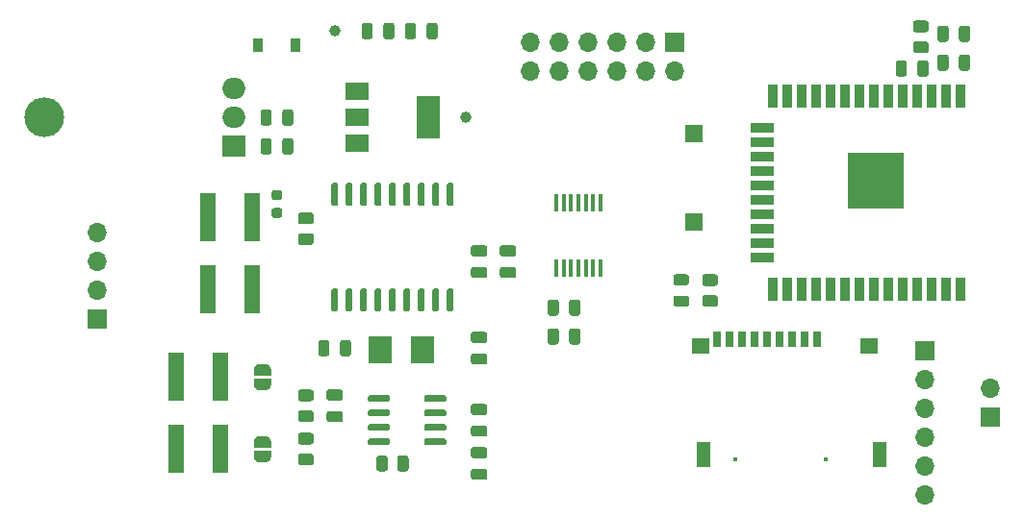
<source format=gbr>
%TF.GenerationSoftware,KiCad,Pcbnew,(5.1.9)-1*%
%TF.CreationDate,2021-03-13T19:54:35-06:00*%
%TF.ProjectId,SLKCAN,534c4b43-414e-42e6-9b69-6361645f7063,rev?*%
%TF.SameCoordinates,Original*%
%TF.FileFunction,Soldermask,Top*%
%TF.FilePolarity,Negative*%
%FSLAX46Y46*%
G04 Gerber Fmt 4.6, Leading zero omitted, Abs format (unit mm)*
G04 Created by KiCad (PCBNEW (5.1.9)-1) date 2021-03-13 19:54:35*
%MOMM*%
%LPD*%
G01*
G04 APERTURE LIST*
%ADD10O,2.000000X1.905000*%
%ADD11R,2.000000X1.905000*%
%ADD12O,3.500000X3.500000*%
%ADD13R,1.400000X4.200000*%
%ADD14R,2.000000X2.400000*%
%ADD15R,0.410000X1.570000*%
%ADD16R,0.900000X2.000000*%
%ADD17R,2.000000X0.900000*%
%ADD18R,5.000000X5.000000*%
%ADD19R,2.000000X1.500000*%
%ADD20R,2.000000X3.800000*%
%ADD21C,1.000000*%
%ADD22R,1.500000X1.500000*%
%ADD23C,0.100000*%
%ADD24O,1.700000X1.700000*%
%ADD25R,1.700000X1.700000*%
%ADD26R,1.200000X2.200000*%
%ADD27R,1.600000X1.400000*%
%ADD28C,0.450000*%
%ADD29R,0.700000X1.400000*%
%ADD30R,0.900000X1.200000*%
G04 APERTURE END LIST*
D10*
%TO.C,U2*%
X121920000Y-77470000D03*
X121920000Y-80010000D03*
D11*
X121920000Y-82550000D03*
D12*
X105260000Y-80010000D03*
%TD*%
D13*
%TO.C,L4*%
X119686989Y-95147279D03*
X123586989Y-95147279D03*
%TD*%
%TO.C,L3*%
X116840000Y-102870000D03*
X120740000Y-102870000D03*
%TD*%
%TO.C,L2*%
X116840000Y-109220000D03*
X120740000Y-109220000D03*
%TD*%
%TO.C,L1*%
X119686989Y-88797279D03*
X123586989Y-88797279D03*
%TD*%
D14*
%TO.C,Y1*%
X134802821Y-100487227D03*
X138502821Y-100487227D03*
%TD*%
D15*
%TO.C,U6*%
X150294303Y-87539275D03*
X150944303Y-87539275D03*
X151594303Y-87539275D03*
X152244303Y-87539275D03*
X152894303Y-87539275D03*
X153544303Y-87539275D03*
X154194303Y-87539275D03*
X154194303Y-93279275D03*
X153544303Y-93279275D03*
X152894303Y-93279275D03*
X152244303Y-93279275D03*
X151594303Y-93279275D03*
X150944303Y-93279275D03*
X150294303Y-93279275D03*
%TD*%
%TO.C,U5*%
G36*
G01*
X135660000Y-108435000D02*
X135660000Y-108735000D01*
G75*
G02*
X135510000Y-108885000I-150000J0D01*
G01*
X133860000Y-108885000D01*
G75*
G02*
X133710000Y-108735000I0J150000D01*
G01*
X133710000Y-108435000D01*
G75*
G02*
X133860000Y-108285000I150000J0D01*
G01*
X135510000Y-108285000D01*
G75*
G02*
X135660000Y-108435000I0J-150000D01*
G01*
G37*
G36*
G01*
X135660000Y-107165000D02*
X135660000Y-107465000D01*
G75*
G02*
X135510000Y-107615000I-150000J0D01*
G01*
X133860000Y-107615000D01*
G75*
G02*
X133710000Y-107465000I0J150000D01*
G01*
X133710000Y-107165000D01*
G75*
G02*
X133860000Y-107015000I150000J0D01*
G01*
X135510000Y-107015000D01*
G75*
G02*
X135660000Y-107165000I0J-150000D01*
G01*
G37*
G36*
G01*
X135660000Y-105895000D02*
X135660000Y-106195000D01*
G75*
G02*
X135510000Y-106345000I-150000J0D01*
G01*
X133860000Y-106345000D01*
G75*
G02*
X133710000Y-106195000I0J150000D01*
G01*
X133710000Y-105895000D01*
G75*
G02*
X133860000Y-105745000I150000J0D01*
G01*
X135510000Y-105745000D01*
G75*
G02*
X135660000Y-105895000I0J-150000D01*
G01*
G37*
G36*
G01*
X135660000Y-104625000D02*
X135660000Y-104925000D01*
G75*
G02*
X135510000Y-105075000I-150000J0D01*
G01*
X133860000Y-105075000D01*
G75*
G02*
X133710000Y-104925000I0J150000D01*
G01*
X133710000Y-104625000D01*
G75*
G02*
X133860000Y-104475000I150000J0D01*
G01*
X135510000Y-104475000D01*
G75*
G02*
X135660000Y-104625000I0J-150000D01*
G01*
G37*
G36*
G01*
X140610000Y-104625000D02*
X140610000Y-104925000D01*
G75*
G02*
X140460000Y-105075000I-150000J0D01*
G01*
X138810000Y-105075000D01*
G75*
G02*
X138660000Y-104925000I0J150000D01*
G01*
X138660000Y-104625000D01*
G75*
G02*
X138810000Y-104475000I150000J0D01*
G01*
X140460000Y-104475000D01*
G75*
G02*
X140610000Y-104625000I0J-150000D01*
G01*
G37*
G36*
G01*
X140610000Y-105895000D02*
X140610000Y-106195000D01*
G75*
G02*
X140460000Y-106345000I-150000J0D01*
G01*
X138810000Y-106345000D01*
G75*
G02*
X138660000Y-106195000I0J150000D01*
G01*
X138660000Y-105895000D01*
G75*
G02*
X138810000Y-105745000I150000J0D01*
G01*
X140460000Y-105745000D01*
G75*
G02*
X140610000Y-105895000I0J-150000D01*
G01*
G37*
G36*
G01*
X140610000Y-107165000D02*
X140610000Y-107465000D01*
G75*
G02*
X140460000Y-107615000I-150000J0D01*
G01*
X138810000Y-107615000D01*
G75*
G02*
X138660000Y-107465000I0J150000D01*
G01*
X138660000Y-107165000D01*
G75*
G02*
X138810000Y-107015000I150000J0D01*
G01*
X140460000Y-107015000D01*
G75*
G02*
X140610000Y-107165000I0J-150000D01*
G01*
G37*
G36*
G01*
X140610000Y-108435000D02*
X140610000Y-108735000D01*
G75*
G02*
X140460000Y-108885000I-150000J0D01*
G01*
X138810000Y-108885000D01*
G75*
G02*
X138660000Y-108735000I0J150000D01*
G01*
X138660000Y-108435000D01*
G75*
G02*
X138810000Y-108285000I150000J0D01*
G01*
X140460000Y-108285000D01*
G75*
G02*
X140610000Y-108435000I0J-150000D01*
G01*
G37*
%TD*%
%TO.C,U4*%
G36*
G01*
X130960000Y-87815000D02*
X130660000Y-87815000D01*
G75*
G02*
X130510000Y-87665000I0J150000D01*
G01*
X130510000Y-85915000D01*
G75*
G02*
X130660000Y-85765000I150000J0D01*
G01*
X130960000Y-85765000D01*
G75*
G02*
X131110000Y-85915000I0J-150000D01*
G01*
X131110000Y-87665000D01*
G75*
G02*
X130960000Y-87815000I-150000J0D01*
G01*
G37*
G36*
G01*
X132230000Y-87815000D02*
X131930000Y-87815000D01*
G75*
G02*
X131780000Y-87665000I0J150000D01*
G01*
X131780000Y-85915000D01*
G75*
G02*
X131930000Y-85765000I150000J0D01*
G01*
X132230000Y-85765000D01*
G75*
G02*
X132380000Y-85915000I0J-150000D01*
G01*
X132380000Y-87665000D01*
G75*
G02*
X132230000Y-87815000I-150000J0D01*
G01*
G37*
G36*
G01*
X133500000Y-87815000D02*
X133200000Y-87815000D01*
G75*
G02*
X133050000Y-87665000I0J150000D01*
G01*
X133050000Y-85915000D01*
G75*
G02*
X133200000Y-85765000I150000J0D01*
G01*
X133500000Y-85765000D01*
G75*
G02*
X133650000Y-85915000I0J-150000D01*
G01*
X133650000Y-87665000D01*
G75*
G02*
X133500000Y-87815000I-150000J0D01*
G01*
G37*
G36*
G01*
X134770000Y-87815000D02*
X134470000Y-87815000D01*
G75*
G02*
X134320000Y-87665000I0J150000D01*
G01*
X134320000Y-85915000D01*
G75*
G02*
X134470000Y-85765000I150000J0D01*
G01*
X134770000Y-85765000D01*
G75*
G02*
X134920000Y-85915000I0J-150000D01*
G01*
X134920000Y-87665000D01*
G75*
G02*
X134770000Y-87815000I-150000J0D01*
G01*
G37*
G36*
G01*
X136040000Y-87815000D02*
X135740000Y-87815000D01*
G75*
G02*
X135590000Y-87665000I0J150000D01*
G01*
X135590000Y-85915000D01*
G75*
G02*
X135740000Y-85765000I150000J0D01*
G01*
X136040000Y-85765000D01*
G75*
G02*
X136190000Y-85915000I0J-150000D01*
G01*
X136190000Y-87665000D01*
G75*
G02*
X136040000Y-87815000I-150000J0D01*
G01*
G37*
G36*
G01*
X137310000Y-87815000D02*
X137010000Y-87815000D01*
G75*
G02*
X136860000Y-87665000I0J150000D01*
G01*
X136860000Y-85915000D01*
G75*
G02*
X137010000Y-85765000I150000J0D01*
G01*
X137310000Y-85765000D01*
G75*
G02*
X137460000Y-85915000I0J-150000D01*
G01*
X137460000Y-87665000D01*
G75*
G02*
X137310000Y-87815000I-150000J0D01*
G01*
G37*
G36*
G01*
X138580000Y-87815000D02*
X138280000Y-87815000D01*
G75*
G02*
X138130000Y-87665000I0J150000D01*
G01*
X138130000Y-85915000D01*
G75*
G02*
X138280000Y-85765000I150000J0D01*
G01*
X138580000Y-85765000D01*
G75*
G02*
X138730000Y-85915000I0J-150000D01*
G01*
X138730000Y-87665000D01*
G75*
G02*
X138580000Y-87815000I-150000J0D01*
G01*
G37*
G36*
G01*
X139850000Y-87815000D02*
X139550000Y-87815000D01*
G75*
G02*
X139400000Y-87665000I0J150000D01*
G01*
X139400000Y-85915000D01*
G75*
G02*
X139550000Y-85765000I150000J0D01*
G01*
X139850000Y-85765000D01*
G75*
G02*
X140000000Y-85915000I0J-150000D01*
G01*
X140000000Y-87665000D01*
G75*
G02*
X139850000Y-87815000I-150000J0D01*
G01*
G37*
G36*
G01*
X141120000Y-87815000D02*
X140820000Y-87815000D01*
G75*
G02*
X140670000Y-87665000I0J150000D01*
G01*
X140670000Y-85915000D01*
G75*
G02*
X140820000Y-85765000I150000J0D01*
G01*
X141120000Y-85765000D01*
G75*
G02*
X141270000Y-85915000I0J-150000D01*
G01*
X141270000Y-87665000D01*
G75*
G02*
X141120000Y-87815000I-150000J0D01*
G01*
G37*
G36*
G01*
X141120000Y-97115000D02*
X140820000Y-97115000D01*
G75*
G02*
X140670000Y-96965000I0J150000D01*
G01*
X140670000Y-95215000D01*
G75*
G02*
X140820000Y-95065000I150000J0D01*
G01*
X141120000Y-95065000D01*
G75*
G02*
X141270000Y-95215000I0J-150000D01*
G01*
X141270000Y-96965000D01*
G75*
G02*
X141120000Y-97115000I-150000J0D01*
G01*
G37*
G36*
G01*
X139850000Y-97115000D02*
X139550000Y-97115000D01*
G75*
G02*
X139400000Y-96965000I0J150000D01*
G01*
X139400000Y-95215000D01*
G75*
G02*
X139550000Y-95065000I150000J0D01*
G01*
X139850000Y-95065000D01*
G75*
G02*
X140000000Y-95215000I0J-150000D01*
G01*
X140000000Y-96965000D01*
G75*
G02*
X139850000Y-97115000I-150000J0D01*
G01*
G37*
G36*
G01*
X138580000Y-97115000D02*
X138280000Y-97115000D01*
G75*
G02*
X138130000Y-96965000I0J150000D01*
G01*
X138130000Y-95215000D01*
G75*
G02*
X138280000Y-95065000I150000J0D01*
G01*
X138580000Y-95065000D01*
G75*
G02*
X138730000Y-95215000I0J-150000D01*
G01*
X138730000Y-96965000D01*
G75*
G02*
X138580000Y-97115000I-150000J0D01*
G01*
G37*
G36*
G01*
X137310000Y-97115000D02*
X137010000Y-97115000D01*
G75*
G02*
X136860000Y-96965000I0J150000D01*
G01*
X136860000Y-95215000D01*
G75*
G02*
X137010000Y-95065000I150000J0D01*
G01*
X137310000Y-95065000D01*
G75*
G02*
X137460000Y-95215000I0J-150000D01*
G01*
X137460000Y-96965000D01*
G75*
G02*
X137310000Y-97115000I-150000J0D01*
G01*
G37*
G36*
G01*
X136040000Y-97115000D02*
X135740000Y-97115000D01*
G75*
G02*
X135590000Y-96965000I0J150000D01*
G01*
X135590000Y-95215000D01*
G75*
G02*
X135740000Y-95065000I150000J0D01*
G01*
X136040000Y-95065000D01*
G75*
G02*
X136190000Y-95215000I0J-150000D01*
G01*
X136190000Y-96965000D01*
G75*
G02*
X136040000Y-97115000I-150000J0D01*
G01*
G37*
G36*
G01*
X134770000Y-97115000D02*
X134470000Y-97115000D01*
G75*
G02*
X134320000Y-96965000I0J150000D01*
G01*
X134320000Y-95215000D01*
G75*
G02*
X134470000Y-95065000I150000J0D01*
G01*
X134770000Y-95065000D01*
G75*
G02*
X134920000Y-95215000I0J-150000D01*
G01*
X134920000Y-96965000D01*
G75*
G02*
X134770000Y-97115000I-150000J0D01*
G01*
G37*
G36*
G01*
X133500000Y-97115000D02*
X133200000Y-97115000D01*
G75*
G02*
X133050000Y-96965000I0J150000D01*
G01*
X133050000Y-95215000D01*
G75*
G02*
X133200000Y-95065000I150000J0D01*
G01*
X133500000Y-95065000D01*
G75*
G02*
X133650000Y-95215000I0J-150000D01*
G01*
X133650000Y-96965000D01*
G75*
G02*
X133500000Y-97115000I-150000J0D01*
G01*
G37*
G36*
G01*
X132230000Y-97115000D02*
X131930000Y-97115000D01*
G75*
G02*
X131780000Y-96965000I0J150000D01*
G01*
X131780000Y-95215000D01*
G75*
G02*
X131930000Y-95065000I150000J0D01*
G01*
X132230000Y-95065000D01*
G75*
G02*
X132380000Y-95215000I0J-150000D01*
G01*
X132380000Y-96965000D01*
G75*
G02*
X132230000Y-97115000I-150000J0D01*
G01*
G37*
G36*
G01*
X130960000Y-97115000D02*
X130660000Y-97115000D01*
G75*
G02*
X130510000Y-96965000I0J150000D01*
G01*
X130510000Y-95215000D01*
G75*
G02*
X130660000Y-95065000I150000J0D01*
G01*
X130960000Y-95065000D01*
G75*
G02*
X131110000Y-95215000I0J-150000D01*
G01*
X131110000Y-96965000D01*
G75*
G02*
X130960000Y-97115000I-150000J0D01*
G01*
G37*
%TD*%
D16*
%TO.C,U3*%
X185899303Y-95099275D03*
X184629303Y-95099275D03*
X183359303Y-95099275D03*
X182089303Y-95099275D03*
X180819303Y-95099275D03*
X179549303Y-95099275D03*
X178279303Y-95099275D03*
X177009303Y-95099275D03*
X175739303Y-95099275D03*
X174469303Y-95099275D03*
X173199303Y-95099275D03*
X171929303Y-95099275D03*
X170659303Y-95099275D03*
X169389303Y-95099275D03*
D17*
X168389303Y-92314275D03*
X168389303Y-91044275D03*
X168389303Y-89774275D03*
X168389303Y-88504275D03*
X168389303Y-87234275D03*
X168389303Y-85964275D03*
X168389303Y-84694275D03*
X168389303Y-83424275D03*
X168389303Y-82154275D03*
X168389303Y-80884275D03*
D16*
X169389303Y-78099275D03*
X170659303Y-78099275D03*
X171929303Y-78099275D03*
X173199303Y-78099275D03*
X174469303Y-78099275D03*
X175739303Y-78099275D03*
X177009303Y-78099275D03*
X178279303Y-78099275D03*
X179549303Y-78099275D03*
X180819303Y-78099275D03*
X182089303Y-78099275D03*
X183359303Y-78099275D03*
X184629303Y-78099275D03*
X185899303Y-78099275D03*
D18*
X178399303Y-85599275D03*
%TD*%
D19*
%TO.C,U1*%
X132740000Y-77710000D03*
X132740000Y-82310000D03*
X132740000Y-80010000D03*
D20*
X139040000Y-80010000D03*
%TD*%
D21*
%TO.C,TP6*%
X130810000Y-72390000D03*
%TD*%
%TO.C,TP5*%
X142369300Y-80017252D03*
%TD*%
D22*
%TO.C,SW1*%
X162404303Y-81429275D03*
X162404303Y-89229275D03*
%TD*%
%TO.C,R6*%
G36*
G01*
X164280001Y-94850000D02*
X163379999Y-94850000D01*
G75*
G02*
X163130000Y-94600001I0J249999D01*
G01*
X163130000Y-94074999D01*
G75*
G02*
X163379999Y-93825000I249999J0D01*
G01*
X164280001Y-93825000D01*
G75*
G02*
X164530000Y-94074999I0J-249999D01*
G01*
X164530000Y-94600001D01*
G75*
G02*
X164280001Y-94850000I-249999J0D01*
G01*
G37*
G36*
G01*
X164280001Y-96675000D02*
X163379999Y-96675000D01*
G75*
G02*
X163130000Y-96425001I0J249999D01*
G01*
X163130000Y-95899999D01*
G75*
G02*
X163379999Y-95650000I249999J0D01*
G01*
X164280001Y-95650000D01*
G75*
G02*
X164530000Y-95899999I0J-249999D01*
G01*
X164530000Y-96425001D01*
G75*
G02*
X164280001Y-96675000I-249999J0D01*
G01*
G37*
%TD*%
%TO.C,R5*%
G36*
G01*
X127819999Y-105810000D02*
X128720001Y-105810000D01*
G75*
G02*
X128970000Y-106059999I0J-249999D01*
G01*
X128970000Y-106585001D01*
G75*
G02*
X128720001Y-106835000I-249999J0D01*
G01*
X127819999Y-106835000D01*
G75*
G02*
X127570000Y-106585001I0J249999D01*
G01*
X127570000Y-106059999D01*
G75*
G02*
X127819999Y-105810000I249999J0D01*
G01*
G37*
G36*
G01*
X127819999Y-103985000D02*
X128720001Y-103985000D01*
G75*
G02*
X128970000Y-104234999I0J-249999D01*
G01*
X128970000Y-104760001D01*
G75*
G02*
X128720001Y-105010000I-249999J0D01*
G01*
X127819999Y-105010000D01*
G75*
G02*
X127570000Y-104760001I0J249999D01*
G01*
X127570000Y-104234999D01*
G75*
G02*
X127819999Y-103985000I249999J0D01*
G01*
G37*
%TD*%
%TO.C,R4*%
G36*
G01*
X127819999Y-109620000D02*
X128720001Y-109620000D01*
G75*
G02*
X128970000Y-109869999I0J-249999D01*
G01*
X128970000Y-110395001D01*
G75*
G02*
X128720001Y-110645000I-249999J0D01*
G01*
X127819999Y-110645000D01*
G75*
G02*
X127570000Y-110395001I0J249999D01*
G01*
X127570000Y-109869999D01*
G75*
G02*
X127819999Y-109620000I249999J0D01*
G01*
G37*
G36*
G01*
X127819999Y-107795000D02*
X128720001Y-107795000D01*
G75*
G02*
X128970000Y-108044999I0J-249999D01*
G01*
X128970000Y-108570001D01*
G75*
G02*
X128720001Y-108820000I-249999J0D01*
G01*
X127819999Y-108820000D01*
G75*
G02*
X127570000Y-108570001I0J249999D01*
G01*
X127570000Y-108044999D01*
G75*
G02*
X127819999Y-107795000I249999J0D01*
G01*
G37*
%TD*%
%TO.C,R3*%
G36*
G01*
X127819999Y-90212500D02*
X128720001Y-90212500D01*
G75*
G02*
X128970000Y-90462499I0J-249999D01*
G01*
X128970000Y-90987501D01*
G75*
G02*
X128720001Y-91237500I-249999J0D01*
G01*
X127819999Y-91237500D01*
G75*
G02*
X127570000Y-90987501I0J249999D01*
G01*
X127570000Y-90462499D01*
G75*
G02*
X127819999Y-90212500I249999J0D01*
G01*
G37*
G36*
G01*
X127819999Y-88387500D02*
X128720001Y-88387500D01*
G75*
G02*
X128970000Y-88637499I0J-249999D01*
G01*
X128970000Y-89162501D01*
G75*
G02*
X128720001Y-89412500I-249999J0D01*
G01*
X127819999Y-89412500D01*
G75*
G02*
X127570000Y-89162501I0J249999D01*
G01*
X127570000Y-88637499D01*
G75*
G02*
X127819999Y-88387500I249999J0D01*
G01*
G37*
%TD*%
%TO.C,R2*%
G36*
G01*
X136290000Y-110940001D02*
X136290000Y-110039999D01*
G75*
G02*
X136539999Y-109790000I249999J0D01*
G01*
X137065001Y-109790000D01*
G75*
G02*
X137315000Y-110039999I0J-249999D01*
G01*
X137315000Y-110940001D01*
G75*
G02*
X137065001Y-111190000I-249999J0D01*
G01*
X136539999Y-111190000D01*
G75*
G02*
X136290000Y-110940001I0J249999D01*
G01*
G37*
G36*
G01*
X134465000Y-110940001D02*
X134465000Y-110039999D01*
G75*
G02*
X134714999Y-109790000I249999J0D01*
G01*
X135240001Y-109790000D01*
G75*
G02*
X135490000Y-110039999I0J-249999D01*
G01*
X135490000Y-110940001D01*
G75*
G02*
X135240001Y-111190000I-249999J0D01*
G01*
X134714999Y-111190000D01*
G75*
G02*
X134465000Y-110940001I0J249999D01*
G01*
G37*
%TD*%
%TO.C,R1*%
G36*
G01*
X181921999Y-73298000D02*
X182822001Y-73298000D01*
G75*
G02*
X183072000Y-73547999I0J-249999D01*
G01*
X183072000Y-74073001D01*
G75*
G02*
X182822001Y-74323000I-249999J0D01*
G01*
X181921999Y-74323000D01*
G75*
G02*
X181672000Y-74073001I0J249999D01*
G01*
X181672000Y-73547999D01*
G75*
G02*
X181921999Y-73298000I249999J0D01*
G01*
G37*
G36*
G01*
X181921999Y-71473000D02*
X182822001Y-71473000D01*
G75*
G02*
X183072000Y-71722999I0J-249999D01*
G01*
X183072000Y-72248001D01*
G75*
G02*
X182822001Y-72498000I-249999J0D01*
G01*
X181921999Y-72498000D01*
G75*
G02*
X181672000Y-72248001I0J249999D01*
G01*
X181672000Y-71722999D01*
G75*
G02*
X181921999Y-71473000I249999J0D01*
G01*
G37*
%TD*%
D23*
%TO.C,JP3*%
G36*
X123710602Y-102220000D02*
G01*
X123710602Y-102195466D01*
X123715412Y-102146635D01*
X123724984Y-102098510D01*
X123739228Y-102051555D01*
X123758005Y-102006222D01*
X123781136Y-101962949D01*
X123808396Y-101922150D01*
X123839524Y-101884221D01*
X123874221Y-101849524D01*
X123912150Y-101818396D01*
X123952949Y-101791136D01*
X123996222Y-101768005D01*
X124041555Y-101749228D01*
X124088510Y-101734984D01*
X124136635Y-101725412D01*
X124185466Y-101720602D01*
X124210000Y-101720602D01*
X124210000Y-101720000D01*
X124710000Y-101720000D01*
X124710000Y-101720602D01*
X124734534Y-101720602D01*
X124783365Y-101725412D01*
X124831490Y-101734984D01*
X124878445Y-101749228D01*
X124923778Y-101768005D01*
X124967051Y-101791136D01*
X125007850Y-101818396D01*
X125045779Y-101849524D01*
X125080476Y-101884221D01*
X125111604Y-101922150D01*
X125138864Y-101962949D01*
X125161995Y-102006222D01*
X125180772Y-102051555D01*
X125195016Y-102098510D01*
X125204588Y-102146635D01*
X125209398Y-102195466D01*
X125209398Y-102220000D01*
X125210000Y-102220000D01*
X125210000Y-102720000D01*
X123710000Y-102720000D01*
X123710000Y-102220000D01*
X123710602Y-102220000D01*
G37*
G36*
X125210000Y-103020000D02*
G01*
X125210000Y-103520000D01*
X125209398Y-103520000D01*
X125209398Y-103544534D01*
X125204588Y-103593365D01*
X125195016Y-103641490D01*
X125180772Y-103688445D01*
X125161995Y-103733778D01*
X125138864Y-103777051D01*
X125111604Y-103817850D01*
X125080476Y-103855779D01*
X125045779Y-103890476D01*
X125007850Y-103921604D01*
X124967051Y-103948864D01*
X124923778Y-103971995D01*
X124878445Y-103990772D01*
X124831490Y-104005016D01*
X124783365Y-104014588D01*
X124734534Y-104019398D01*
X124710000Y-104019398D01*
X124710000Y-104020000D01*
X124210000Y-104020000D01*
X124210000Y-104019398D01*
X124185466Y-104019398D01*
X124136635Y-104014588D01*
X124088510Y-104005016D01*
X124041555Y-103990772D01*
X123996222Y-103971995D01*
X123952949Y-103948864D01*
X123912150Y-103921604D01*
X123874221Y-103890476D01*
X123839524Y-103855779D01*
X123808396Y-103817850D01*
X123781136Y-103777051D01*
X123758005Y-103733778D01*
X123739228Y-103688445D01*
X123724984Y-103641490D01*
X123715412Y-103593365D01*
X123710602Y-103544534D01*
X123710602Y-103520000D01*
X123710000Y-103520000D01*
X123710000Y-103020000D01*
X125210000Y-103020000D01*
G37*
%TD*%
%TO.C,JP2*%
G36*
X123710602Y-108570000D02*
G01*
X123710602Y-108545466D01*
X123715412Y-108496635D01*
X123724984Y-108448510D01*
X123739228Y-108401555D01*
X123758005Y-108356222D01*
X123781136Y-108312949D01*
X123808396Y-108272150D01*
X123839524Y-108234221D01*
X123874221Y-108199524D01*
X123912150Y-108168396D01*
X123952949Y-108141136D01*
X123996222Y-108118005D01*
X124041555Y-108099228D01*
X124088510Y-108084984D01*
X124136635Y-108075412D01*
X124185466Y-108070602D01*
X124210000Y-108070602D01*
X124210000Y-108070000D01*
X124710000Y-108070000D01*
X124710000Y-108070602D01*
X124734534Y-108070602D01*
X124783365Y-108075412D01*
X124831490Y-108084984D01*
X124878445Y-108099228D01*
X124923778Y-108118005D01*
X124967051Y-108141136D01*
X125007850Y-108168396D01*
X125045779Y-108199524D01*
X125080476Y-108234221D01*
X125111604Y-108272150D01*
X125138864Y-108312949D01*
X125161995Y-108356222D01*
X125180772Y-108401555D01*
X125195016Y-108448510D01*
X125204588Y-108496635D01*
X125209398Y-108545466D01*
X125209398Y-108570000D01*
X125210000Y-108570000D01*
X125210000Y-109070000D01*
X123710000Y-109070000D01*
X123710000Y-108570000D01*
X123710602Y-108570000D01*
G37*
G36*
X125210000Y-109370000D02*
G01*
X125210000Y-109870000D01*
X125209398Y-109870000D01*
X125209398Y-109894534D01*
X125204588Y-109943365D01*
X125195016Y-109991490D01*
X125180772Y-110038445D01*
X125161995Y-110083778D01*
X125138864Y-110127051D01*
X125111604Y-110167850D01*
X125080476Y-110205779D01*
X125045779Y-110240476D01*
X125007850Y-110271604D01*
X124967051Y-110298864D01*
X124923778Y-110321995D01*
X124878445Y-110340772D01*
X124831490Y-110355016D01*
X124783365Y-110364588D01*
X124734534Y-110369398D01*
X124710000Y-110369398D01*
X124710000Y-110370000D01*
X124210000Y-110370000D01*
X124210000Y-110369398D01*
X124185466Y-110369398D01*
X124136635Y-110364588D01*
X124088510Y-110355016D01*
X124041555Y-110340772D01*
X123996222Y-110321995D01*
X123952949Y-110298864D01*
X123912150Y-110271604D01*
X123874221Y-110240476D01*
X123839524Y-110205779D01*
X123808396Y-110167850D01*
X123781136Y-110127051D01*
X123758005Y-110083778D01*
X123739228Y-110038445D01*
X123724984Y-109991490D01*
X123715412Y-109943365D01*
X123710602Y-109894534D01*
X123710602Y-109870000D01*
X123710000Y-109870000D01*
X123710000Y-109370000D01*
X125210000Y-109370000D01*
G37*
%TD*%
D24*
%TO.C,JP1*%
X188468000Y-103886000D03*
D25*
X188468000Y-106426000D03*
%TD*%
D24*
%TO.C,J4*%
X148044993Y-75946495D03*
X148044993Y-73406495D03*
X150584993Y-75946495D03*
X150584993Y-73406495D03*
X153124993Y-75946495D03*
X153124993Y-73406495D03*
X155664993Y-75946495D03*
X155664993Y-73406495D03*
X158204993Y-75946495D03*
X158204993Y-73406495D03*
X160744993Y-75946495D03*
D25*
X160744993Y-73406495D03*
%TD*%
D26*
%TO.C,J3*%
X178744689Y-109740283D03*
X163244689Y-109740283D03*
D27*
X177844689Y-100140283D03*
X162994689Y-100140283D03*
D28*
X174044689Y-110140283D03*
X166044689Y-110140283D03*
D29*
X164444689Y-99540283D03*
X165544689Y-99540283D03*
X166644689Y-99540283D03*
X167744689Y-99540283D03*
X168844689Y-99540283D03*
X169944689Y-99540283D03*
X171044689Y-99540283D03*
X172144689Y-99540283D03*
X173244689Y-99540283D03*
%TD*%
D24*
%TO.C,J2*%
X109883783Y-90152253D03*
X109883783Y-92692253D03*
X109883783Y-95232253D03*
D25*
X109883783Y-97772253D03*
%TD*%
D24*
%TO.C,J1*%
X182724303Y-113269275D03*
X182724303Y-110729275D03*
X182724303Y-108189275D03*
X182724303Y-105649275D03*
X182724303Y-103109275D03*
D25*
X182724303Y-100569275D03*
%TD*%
%TO.C,F1*%
G36*
G01*
X125473750Y-87980000D02*
X125986250Y-87980000D01*
G75*
G02*
X126205000Y-88198750I0J-218750D01*
G01*
X126205000Y-88636250D01*
G75*
G02*
X125986250Y-88855000I-218750J0D01*
G01*
X125473750Y-88855000D01*
G75*
G02*
X125255000Y-88636250I0J218750D01*
G01*
X125255000Y-88198750D01*
G75*
G02*
X125473750Y-87980000I218750J0D01*
G01*
G37*
G36*
G01*
X125473750Y-86405000D02*
X125986250Y-86405000D01*
G75*
G02*
X126205000Y-86623750I0J-218750D01*
G01*
X126205000Y-87061250D01*
G75*
G02*
X125986250Y-87280000I-218750J0D01*
G01*
X125473750Y-87280000D01*
G75*
G02*
X125255000Y-87061250I0J218750D01*
G01*
X125255000Y-86623750D01*
G75*
G02*
X125473750Y-86405000I218750J0D01*
G01*
G37*
%TD*%
%TO.C,D2*%
G36*
G01*
X160833750Y-95700000D02*
X161746250Y-95700000D01*
G75*
G02*
X161990000Y-95943750I0J-243750D01*
G01*
X161990000Y-96431250D01*
G75*
G02*
X161746250Y-96675000I-243750J0D01*
G01*
X160833750Y-96675000D01*
G75*
G02*
X160590000Y-96431250I0J243750D01*
G01*
X160590000Y-95943750D01*
G75*
G02*
X160833750Y-95700000I243750J0D01*
G01*
G37*
G36*
G01*
X160833750Y-93825000D02*
X161746250Y-93825000D01*
G75*
G02*
X161990000Y-94068750I0J-243750D01*
G01*
X161990000Y-94556250D01*
G75*
G02*
X161746250Y-94800000I-243750J0D01*
G01*
X160833750Y-94800000D01*
G75*
G02*
X160590000Y-94556250I0J243750D01*
G01*
X160590000Y-94068750D01*
G75*
G02*
X160833750Y-93825000I243750J0D01*
G01*
G37*
%TD*%
D30*
%TO.C,D1*%
X127380000Y-73660000D03*
X124080000Y-73660000D03*
%TD*%
%TO.C,C16*%
G36*
G01*
X143035000Y-110940000D02*
X143985000Y-110940000D01*
G75*
G02*
X144235000Y-111190000I0J-250000D01*
G01*
X144235000Y-111690000D01*
G75*
G02*
X143985000Y-111940000I-250000J0D01*
G01*
X143035000Y-111940000D01*
G75*
G02*
X142785000Y-111690000I0J250000D01*
G01*
X142785000Y-111190000D01*
G75*
G02*
X143035000Y-110940000I250000J0D01*
G01*
G37*
G36*
G01*
X143035000Y-109040000D02*
X143985000Y-109040000D01*
G75*
G02*
X144235000Y-109290000I0J-250000D01*
G01*
X144235000Y-109790000D01*
G75*
G02*
X143985000Y-110040000I-250000J0D01*
G01*
X143035000Y-110040000D01*
G75*
G02*
X142785000Y-109790000I0J250000D01*
G01*
X142785000Y-109290000D01*
G75*
G02*
X143035000Y-109040000I250000J0D01*
G01*
G37*
%TD*%
%TO.C,C15*%
G36*
G01*
X131285000Y-104960000D02*
X130335000Y-104960000D01*
G75*
G02*
X130085000Y-104710000I0J250000D01*
G01*
X130085000Y-104210000D01*
G75*
G02*
X130335000Y-103960000I250000J0D01*
G01*
X131285000Y-103960000D01*
G75*
G02*
X131535000Y-104210000I0J-250000D01*
G01*
X131535000Y-104710000D01*
G75*
G02*
X131285000Y-104960000I-250000J0D01*
G01*
G37*
G36*
G01*
X131285000Y-106860000D02*
X130335000Y-106860000D01*
G75*
G02*
X130085000Y-106610000I0J250000D01*
G01*
X130085000Y-106110000D01*
G75*
G02*
X130335000Y-105860000I250000J0D01*
G01*
X131285000Y-105860000D01*
G75*
G02*
X131535000Y-106110000I0J-250000D01*
G01*
X131535000Y-106610000D01*
G75*
G02*
X131285000Y-106860000I-250000J0D01*
G01*
G37*
%TD*%
%TO.C,C14*%
G36*
G01*
X143985000Y-106230000D02*
X143035000Y-106230000D01*
G75*
G02*
X142785000Y-105980000I0J250000D01*
G01*
X142785000Y-105480000D01*
G75*
G02*
X143035000Y-105230000I250000J0D01*
G01*
X143985000Y-105230000D01*
G75*
G02*
X144235000Y-105480000I0J-250000D01*
G01*
X144235000Y-105980000D01*
G75*
G02*
X143985000Y-106230000I-250000J0D01*
G01*
G37*
G36*
G01*
X143985000Y-108130000D02*
X143035000Y-108130000D01*
G75*
G02*
X142785000Y-107880000I0J250000D01*
G01*
X142785000Y-107380000D01*
G75*
G02*
X143035000Y-107130000I250000J0D01*
G01*
X143985000Y-107130000D01*
G75*
G02*
X144235000Y-107380000I0J-250000D01*
G01*
X144235000Y-107880000D01*
G75*
G02*
X143985000Y-108130000I-250000J0D01*
G01*
G37*
%TD*%
%TO.C,C13*%
G36*
G01*
X143985000Y-92260000D02*
X143035000Y-92260000D01*
G75*
G02*
X142785000Y-92010000I0J250000D01*
G01*
X142785000Y-91510000D01*
G75*
G02*
X143035000Y-91260000I250000J0D01*
G01*
X143985000Y-91260000D01*
G75*
G02*
X144235000Y-91510000I0J-250000D01*
G01*
X144235000Y-92010000D01*
G75*
G02*
X143985000Y-92260000I-250000J0D01*
G01*
G37*
G36*
G01*
X143985000Y-94160000D02*
X143035000Y-94160000D01*
G75*
G02*
X142785000Y-93910000I0J250000D01*
G01*
X142785000Y-93410000D01*
G75*
G02*
X143035000Y-93160000I250000J0D01*
G01*
X143985000Y-93160000D01*
G75*
G02*
X144235000Y-93410000I0J-250000D01*
G01*
X144235000Y-93910000D01*
G75*
G02*
X143985000Y-94160000I-250000J0D01*
G01*
G37*
%TD*%
%TO.C,C12*%
G36*
G01*
X146525000Y-92260000D02*
X145575000Y-92260000D01*
G75*
G02*
X145325000Y-92010000I0J250000D01*
G01*
X145325000Y-91510000D01*
G75*
G02*
X145575000Y-91260000I250000J0D01*
G01*
X146525000Y-91260000D01*
G75*
G02*
X146775000Y-91510000I0J-250000D01*
G01*
X146775000Y-92010000D01*
G75*
G02*
X146525000Y-92260000I-250000J0D01*
G01*
G37*
G36*
G01*
X146525000Y-94160000D02*
X145575000Y-94160000D01*
G75*
G02*
X145325000Y-93910000I0J250000D01*
G01*
X145325000Y-93410000D01*
G75*
G02*
X145575000Y-93160000I250000J0D01*
G01*
X146525000Y-93160000D01*
G75*
G02*
X146775000Y-93410000I0J-250000D01*
G01*
X146775000Y-93910000D01*
G75*
G02*
X146525000Y-94160000I-250000J0D01*
G01*
G37*
%TD*%
%TO.C,C11*%
G36*
G01*
X125280000Y-82075000D02*
X125280000Y-83025000D01*
G75*
G02*
X125030000Y-83275000I-250000J0D01*
G01*
X124530000Y-83275000D01*
G75*
G02*
X124280000Y-83025000I0J250000D01*
G01*
X124280000Y-82075000D01*
G75*
G02*
X124530000Y-81825000I250000J0D01*
G01*
X125030000Y-81825000D01*
G75*
G02*
X125280000Y-82075000I0J-250000D01*
G01*
G37*
G36*
G01*
X127180000Y-82075000D02*
X127180000Y-83025000D01*
G75*
G02*
X126930000Y-83275000I-250000J0D01*
G01*
X126430000Y-83275000D01*
G75*
G02*
X126180000Y-83025000I0J250000D01*
G01*
X126180000Y-82075000D01*
G75*
G02*
X126430000Y-81825000I250000J0D01*
G01*
X126930000Y-81825000D01*
G75*
G02*
X127180000Y-82075000I0J-250000D01*
G01*
G37*
%TD*%
%TO.C,C10*%
G36*
G01*
X150524303Y-98824275D02*
X150524303Y-99774275D01*
G75*
G02*
X150274303Y-100024275I-250000J0D01*
G01*
X149774303Y-100024275D01*
G75*
G02*
X149524303Y-99774275I0J250000D01*
G01*
X149524303Y-98824275D01*
G75*
G02*
X149774303Y-98574275I250000J0D01*
G01*
X150274303Y-98574275D01*
G75*
G02*
X150524303Y-98824275I0J-250000D01*
G01*
G37*
G36*
G01*
X152424303Y-98824275D02*
X152424303Y-99774275D01*
G75*
G02*
X152174303Y-100024275I-250000J0D01*
G01*
X151674303Y-100024275D01*
G75*
G02*
X151424303Y-99774275I0J250000D01*
G01*
X151424303Y-98824275D01*
G75*
G02*
X151674303Y-98574275I250000J0D01*
G01*
X152174303Y-98574275D01*
G75*
G02*
X152424303Y-98824275I0J-250000D01*
G01*
G37*
%TD*%
%TO.C,C9*%
G36*
G01*
X150524303Y-96284275D02*
X150524303Y-97234275D01*
G75*
G02*
X150274303Y-97484275I-250000J0D01*
G01*
X149774303Y-97484275D01*
G75*
G02*
X149524303Y-97234275I0J250000D01*
G01*
X149524303Y-96284275D01*
G75*
G02*
X149774303Y-96034275I250000J0D01*
G01*
X150274303Y-96034275D01*
G75*
G02*
X150524303Y-96284275I0J-250000D01*
G01*
G37*
G36*
G01*
X152424303Y-96284275D02*
X152424303Y-97234275D01*
G75*
G02*
X152174303Y-97484275I-250000J0D01*
G01*
X151674303Y-97484275D01*
G75*
G02*
X151424303Y-97234275I0J250000D01*
G01*
X151424303Y-96284275D01*
G75*
G02*
X151674303Y-96034275I250000J0D01*
G01*
X152174303Y-96034275D01*
G75*
G02*
X152424303Y-96284275I0J-250000D01*
G01*
G37*
%TD*%
%TO.C,C8*%
G36*
G01*
X143985000Y-99880000D02*
X143035000Y-99880000D01*
G75*
G02*
X142785000Y-99630000I0J250000D01*
G01*
X142785000Y-99130000D01*
G75*
G02*
X143035000Y-98880000I250000J0D01*
G01*
X143985000Y-98880000D01*
G75*
G02*
X144235000Y-99130000I0J-250000D01*
G01*
X144235000Y-99630000D01*
G75*
G02*
X143985000Y-99880000I-250000J0D01*
G01*
G37*
G36*
G01*
X143985000Y-101780000D02*
X143035000Y-101780000D01*
G75*
G02*
X142785000Y-101530000I0J250000D01*
G01*
X142785000Y-101030000D01*
G75*
G02*
X143035000Y-100780000I250000J0D01*
G01*
X143985000Y-100780000D01*
G75*
G02*
X144235000Y-101030000I0J-250000D01*
G01*
X144235000Y-101530000D01*
G75*
G02*
X143985000Y-101780000I-250000J0D01*
G01*
G37*
%TD*%
%TO.C,C7*%
G36*
G01*
X130360000Y-99855000D02*
X130360000Y-100805000D01*
G75*
G02*
X130110000Y-101055000I-250000J0D01*
G01*
X129610000Y-101055000D01*
G75*
G02*
X129360000Y-100805000I0J250000D01*
G01*
X129360000Y-99855000D01*
G75*
G02*
X129610000Y-99605000I250000J0D01*
G01*
X130110000Y-99605000D01*
G75*
G02*
X130360000Y-99855000I0J-250000D01*
G01*
G37*
G36*
G01*
X132260000Y-99855000D02*
X132260000Y-100805000D01*
G75*
G02*
X132010000Y-101055000I-250000J0D01*
G01*
X131510000Y-101055000D01*
G75*
G02*
X131260000Y-100805000I0J250000D01*
G01*
X131260000Y-99855000D01*
G75*
G02*
X131510000Y-99605000I250000J0D01*
G01*
X132010000Y-99605000D01*
G75*
G02*
X132260000Y-99855000I0J-250000D01*
G01*
G37*
%TD*%
%TO.C,C6*%
G36*
G01*
X184814303Y-72154275D02*
X184814303Y-73104275D01*
G75*
G02*
X184564303Y-73354275I-250000J0D01*
G01*
X184064303Y-73354275D01*
G75*
G02*
X183814303Y-73104275I0J250000D01*
G01*
X183814303Y-72154275D01*
G75*
G02*
X184064303Y-71904275I250000J0D01*
G01*
X184564303Y-71904275D01*
G75*
G02*
X184814303Y-72154275I0J-250000D01*
G01*
G37*
G36*
G01*
X186714303Y-72154275D02*
X186714303Y-73104275D01*
G75*
G02*
X186464303Y-73354275I-250000J0D01*
G01*
X185964303Y-73354275D01*
G75*
G02*
X185714303Y-73104275I0J250000D01*
G01*
X185714303Y-72154275D01*
G75*
G02*
X185964303Y-71904275I250000J0D01*
G01*
X186464303Y-71904275D01*
G75*
G02*
X186714303Y-72154275I0J-250000D01*
G01*
G37*
%TD*%
%TO.C,C5*%
G36*
G01*
X184814303Y-74694275D02*
X184814303Y-75644275D01*
G75*
G02*
X184564303Y-75894275I-250000J0D01*
G01*
X184064303Y-75894275D01*
G75*
G02*
X183814303Y-75644275I0J250000D01*
G01*
X183814303Y-74694275D01*
G75*
G02*
X184064303Y-74444275I250000J0D01*
G01*
X184564303Y-74444275D01*
G75*
G02*
X184814303Y-74694275I0J-250000D01*
G01*
G37*
G36*
G01*
X186714303Y-74694275D02*
X186714303Y-75644275D01*
G75*
G02*
X186464303Y-75894275I-250000J0D01*
G01*
X185964303Y-75894275D01*
G75*
G02*
X185714303Y-75644275I0J250000D01*
G01*
X185714303Y-74694275D01*
G75*
G02*
X185964303Y-74444275I250000J0D01*
G01*
X186464303Y-74444275D01*
G75*
G02*
X186714303Y-74694275I0J-250000D01*
G01*
G37*
%TD*%
%TO.C,C4*%
G36*
G01*
X137980000Y-71915000D02*
X137980000Y-72865000D01*
G75*
G02*
X137730000Y-73115000I-250000J0D01*
G01*
X137230000Y-73115000D01*
G75*
G02*
X136980000Y-72865000I0J250000D01*
G01*
X136980000Y-71915000D01*
G75*
G02*
X137230000Y-71665000I250000J0D01*
G01*
X137730000Y-71665000D01*
G75*
G02*
X137980000Y-71915000I0J-250000D01*
G01*
G37*
G36*
G01*
X139880000Y-71915000D02*
X139880000Y-72865000D01*
G75*
G02*
X139630000Y-73115000I-250000J0D01*
G01*
X139130000Y-73115000D01*
G75*
G02*
X138880000Y-72865000I0J250000D01*
G01*
X138880000Y-71915000D01*
G75*
G02*
X139130000Y-71665000I250000J0D01*
G01*
X139630000Y-71665000D01*
G75*
G02*
X139880000Y-71915000I0J-250000D01*
G01*
G37*
%TD*%
%TO.C,C3*%
G36*
G01*
X126180000Y-80485000D02*
X126180000Y-79535000D01*
G75*
G02*
X126430000Y-79285000I250000J0D01*
G01*
X126930000Y-79285000D01*
G75*
G02*
X127180000Y-79535000I0J-250000D01*
G01*
X127180000Y-80485000D01*
G75*
G02*
X126930000Y-80735000I-250000J0D01*
G01*
X126430000Y-80735000D01*
G75*
G02*
X126180000Y-80485000I0J250000D01*
G01*
G37*
G36*
G01*
X124280000Y-80485000D02*
X124280000Y-79535000D01*
G75*
G02*
X124530000Y-79285000I250000J0D01*
G01*
X125030000Y-79285000D01*
G75*
G02*
X125280000Y-79535000I0J-250000D01*
G01*
X125280000Y-80485000D01*
G75*
G02*
X125030000Y-80735000I-250000J0D01*
G01*
X124530000Y-80735000D01*
G75*
G02*
X124280000Y-80485000I0J250000D01*
G01*
G37*
%TD*%
%TO.C,C2*%
G36*
G01*
X181160000Y-75217000D02*
X181160000Y-76167000D01*
G75*
G02*
X180910000Y-76417000I-250000J0D01*
G01*
X180410000Y-76417000D01*
G75*
G02*
X180160000Y-76167000I0J250000D01*
G01*
X180160000Y-75217000D01*
G75*
G02*
X180410000Y-74967000I250000J0D01*
G01*
X180910000Y-74967000D01*
G75*
G02*
X181160000Y-75217000I0J-250000D01*
G01*
G37*
G36*
G01*
X183060000Y-75217000D02*
X183060000Y-76167000D01*
G75*
G02*
X182810000Y-76417000I-250000J0D01*
G01*
X182310000Y-76417000D01*
G75*
G02*
X182060000Y-76167000I0J250000D01*
G01*
X182060000Y-75217000D01*
G75*
G02*
X182310000Y-74967000I250000J0D01*
G01*
X182810000Y-74967000D01*
G75*
G02*
X183060000Y-75217000I0J-250000D01*
G01*
G37*
%TD*%
%TO.C,C1*%
G36*
G01*
X135070000Y-72865000D02*
X135070000Y-71915000D01*
G75*
G02*
X135320000Y-71665000I250000J0D01*
G01*
X135820000Y-71665000D01*
G75*
G02*
X136070000Y-71915000I0J-250000D01*
G01*
X136070000Y-72865000D01*
G75*
G02*
X135820000Y-73115000I-250000J0D01*
G01*
X135320000Y-73115000D01*
G75*
G02*
X135070000Y-72865000I0J250000D01*
G01*
G37*
G36*
G01*
X133170000Y-72865000D02*
X133170000Y-71915000D01*
G75*
G02*
X133420000Y-71665000I250000J0D01*
G01*
X133920000Y-71665000D01*
G75*
G02*
X134170000Y-71915000I0J-250000D01*
G01*
X134170000Y-72865000D01*
G75*
G02*
X133920000Y-73115000I-250000J0D01*
G01*
X133420000Y-73115000D01*
G75*
G02*
X133170000Y-72865000I0J250000D01*
G01*
G37*
%TD*%
M02*

</source>
